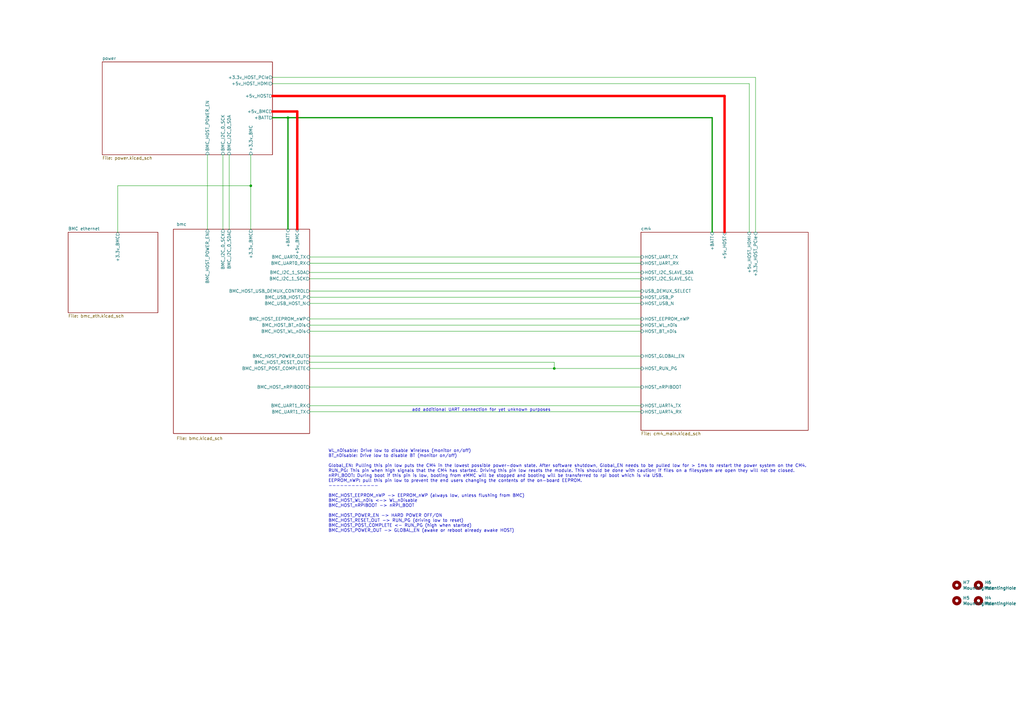
<source format=kicad_sch>
(kicad_sch (version 20230121) (generator eeschema)
  (paper "A3")
  (title_block (title "srvant mk2") (rev "${git_hash}"))
  (lib_symbols
    (symbol "Mechanical:MountingHole" (pin_names (offset 1.016))
      (property "Reference" "H" (at 0 5.08 0))
      (property "Value" "MountingHole" (at 0 3.175 0))
      (symbol "MountingHole_0_1"
        (circle (center 0 0) (radius 1.27) (stroke (width 1.27)))
      )
    )
    (symbol "MountingHole_1" (pin_names (offset 1.016))
      (property "Reference" "H" (at 0 5.08 0))
      (property "Value" "MountingHole" (at 0 3.175 0))
      (symbol "MountingHole_1_0_1"
        (circle (center 0 0) (radius 1.27) (stroke (width 1.27)))
      )
    )
    (symbol "MountingHole_2" (pin_names (offset 1.016))
      (property "Reference" "H" (at 0 5.08 0))
      (property "Value" "MountingHole" (at 0 3.175 0))
      (symbol "MountingHole_2_0_1"
        (circle (center 0 0) (radius 1.27) (stroke (width 1.27)))
      )
    )
    (symbol "MountingHole_3" (pin_names (offset 1.016))
      (property "Reference" "H" (at 0 5.08 0))
      (property "Value" "MountingHole" (at 0 3.175 0))
      (symbol "MountingHole_3_0_1"
        (circle (center 0 0) (radius 1.27) (stroke (width 1.27)))
      )
    )
  )
  (junction (at 227.33 151.13))
  (junction (at 102.87 76.2))
  (junction (at 118.11 48.26))
  (wire (pts (xy 127 133.35) (xy 262.89 133.35)))
  (wire (pts (xy 127 166.37) (xy 262.89 166.37)))
  (wire (pts (xy 111.76 48.26) (xy 118.11 48.26)) (stroke (width 0.5)))
  (wire (pts (xy 127 114.3) (xy 262.89 114.3)))
  (wire (pts (xy 102.87 76.2) (xy 102.87 93.98)))
  (wire (pts (xy 127 107.95) (xy 262.89 107.95)))
  (wire (pts (xy 127 135.89) (xy 262.89 135.89)))
  (wire (pts (xy 93.98 63.5) (xy 93.98 93.98)))
  (wire (pts (xy 121.92 45.72) (xy 121.92 93.98)) (stroke (width 1) (color 255 0 0 1)))
  (wire (pts (xy 118.11 48.26) (xy 292.1 48.26)) (stroke (width 0.5)))
  (wire (pts (xy 91.44 63.5) (xy 91.44 93.98)))
  (wire (pts (xy 127 105.41) (xy 262.89 105.41)))
  (wire (pts (xy 127 148.59) (xy 227.33 148.59)))
  (wire (pts (xy 127 119.38) (xy 262.89 119.38)))
  (wire (pts (xy 127 130.81) (xy 262.89 130.81)))
  (wire (pts (xy 127 124.46) (xy 262.89 124.46)))
  (wire (pts (xy 102.87 63.5) (xy 102.87 76.2)))
  (wire (pts (xy 48.26 76.2) (xy 102.87 76.2)))
  (wire (pts (xy 127 146.05) (xy 262.89 146.05)))
  (wire (pts (xy 227.33 148.59) (xy 227.33 151.13)))
  (wire (pts (xy 292.1 48.26) (xy 292.1 95.25)) (stroke (width 0.5)))
  (wire (pts (xy 127 151.13) (xy 227.33 151.13)))
  (wire (pts (xy 85.09 63.5) (xy 85.09 93.98)))
  (wire (pts (xy 127 158.75) (xy 262.89 158.75)))
  (wire (pts (xy 227.33 151.13) (xy 262.89 151.13)))
  (wire (pts (xy 127 111.76) (xy 262.89 111.76)))
  (wire (pts (xy 111.76 39.37) (xy 297.18 39.37)) (stroke (width 1) (color 255 0 0 1)))
  (wire (pts (xy 127 168.91) (xy 262.89 168.91)))
  (wire (pts (xy 309.88 95.25) (xy 309.88 31.75)))
  (wire (pts (xy 307.34 95.25) (xy 307.34 34.29)))
  (wire (pts (xy 307.34 34.29) (xy 111.76 34.29)))
  (wire (pts (xy 48.26 95.25) (xy 48.26 76.2)))
  (wire (pts (xy 309.88 31.75) (xy 111.76 31.75)))
  (wire (pts (xy 111.76 45.72) (xy 121.92 45.72)) (stroke (width 1) (color 255 0 0 1)))
  (wire (pts (xy 297.18 95.25) (xy 297.18 39.37)) (stroke (width 1) (color 255 0 0 1)))
  (wire (pts (xy 127 121.92) (xy 262.89 121.92)))
  (wire (pts (xy 118.11 48.26) (xy 118.11 93.98)) (stroke (width 0.5)))
  (text "WL_nDisable: Drive low to disable Wireless (monitor on/off)\nBT_nDisable: Drive low to disable BT (monitor on/off)\n\nGlobal_EN: Pulling this pin low puts the CM4 in the lowest possible power-down state. After software shutdown, Global_EN needs to be pulled low for > 1ms to restart the power system on the CM4.\nRUN_PG: This pin when high signals that the CM4 has started. Driving this pin low resets the module. This should be done with caution; if files on a filesystem are open they will not be closed.\nnRPI_BOOT: During boot if this pin is low, booting from eMMC will be stopped and booting will be transferred to rpi boot which is via USB.\nEEPROM_nWP: pull this pin low to prevent the end users changing the contents of the on-board EEPROM.\n-------------\n\nBMC_HOST_EEPROM_nWP -> EEPROM_nWP (always low, unless flushing from BMC)\nBMC_HOST_WL_nDis <-> WL_nDisable\nBMC_HOST_nRPIBOOT -> nRPI_BOOT\n\nBMC_HOST_POWER_EN -> HARD POWER OFF/ON\nBMC_HOST_RESET_OUT -> RUN_PG (driving low to reset)\nBMC_HOST_POST_COMPLETE <- RUN_PG (high when started)\nBMC_HOST_POWER_OUT -> GLOBAL_EN (awake or reboot already awake HOST)\n" (at 134.62 218.44 0) (effects (font (size 1.27 1.27)) (justify left bottom)))
  (text "add additional UART connection for yet unknown purposes" (at 168.91 168.91 0) (effects (font (size 1.27 1.27)) (justify left bottom)))
  (symbol (lib_name "MountingHole_1") (lib_id "Mechanical:MountingHole") (at 392.43 240.03 0) (unit 1)
    (property "Reference" "H7" (at 394.97 238.887 0) (effects (justify left)))
    (property "Value" "MountingHole" (at 394.97 241.173 0) (effects (justify left)))
    (property "Footprint" "MountingHole:MountingHole_2.5mm_Pad_TopOnly" (effects hide))
    (property "Field4" "nf" (effects hide))
    (property "Field5" "nf" (effects hide))
    (property "Field6" "nf" (effects hide))
    (property "Field7" "nf" (effects hide))
    (property "Part Description" "M2.5 mounting hole" (effects hide))
  )
  (symbol (lib_name "MountingHole_3") (lib_id "Mechanical:MountingHole") (at 401.32 246.38 0) (unit 1)
    (property "Reference" "H4" (at 403.86 245.237 0) (effects (justify left)))
    (property "Value" "MountingHole" (at 403.86 247.523 0) (effects (justify left)))
    (property "Footprint" "MountingHole:MountingHole_2.5mm_Pad_TopOnly" (effects hide))
    (property "Field4" "nf" (effects hide))
    (property "Field5" "nf" (effects hide))
    (property "Field6" "nf" (effects hide))
    (property "Field7" "nf" (effects hide))
    (property "Part Description" "M2.5 mounting hole" (effects hide))
  )
  (symbol (lib_name "MountingHole_2") (lib_id "Mechanical:MountingHole") (at 401.32 240.03 0) (unit 1)
    (property "Reference" "H6" (at 403.86 238.887 0) (effects (justify left)))
    (property "Value" "MountingHole" (at 403.86 241.173 0) (effects (justify left)))
    (property "Footprint" "MountingHole:MountingHole_2.5mm_Pad_TopOnly" (effects hide))
    (property "Field4" "nf" (effects hide))
    (property "Field5" "nf" (effects hide))
    (property "Field6" "nf" (effects hide))
    (property "Field7" "nf" (effects hide))
    (property "Part Description" "M2.5 mounting hole" (effects hide))
  )
  (symbol (lib_id "Mechanical:MountingHole") (at 392.43 246.38 0) (unit 1)
    (property "Reference" "H5" (at 394.97 245.237 0) (effects (justify left)))
    (property "Value" "MountingHole" (at 394.97 247.523 0) (effects (justify left)))
    (property "Footprint" "MountingHole:MountingHole_2.5mm_Pad_TopOnly" (effects hide))
    (property "Field4" "nf" (effects hide))
    (property "Field5" "nf" (effects hide))
    (property "Field6" "nf" (effects hide))
    (property "Field7" "nf" (effects hide))
    (property "Part Description" "M2.5 mounting hole" (effects hide))
  )
  (sheet (at 262.89 95.25) (size 68.58 81.28) (stroke (width 0.1524))
    (property "Sheetname" "cm4" (at 262.89 94.5384 0) (effects (justify left bottom)))
    (property "Sheetfile" "cm4_main.kicad_sch" (at 262.89 177.1146 0) (effects (justify left top)))
    (pin "+BATT" input (at 292.1 95.25 90))
    (pin "HOST_RUN_PG" input (at 262.89 151.13 180))
    (pin "HOST_nRPIBOOT" input (at 262.89 158.75 180))
    (pin "HOST_UART_TX" input (at 262.89 105.41 180))
    (pin "HOST_UART_RX" input (at 262.89 107.95 180))
    (pin "HOST_USB_P" input (at 262.89 121.92 180))
    (pin "HOST_USB_N" input (at 262.89 124.46 180))
    (pin "USB_DEMUX_SELECT" input (at 262.89 119.38 180))
    (pin "HOST_I2C_SLAVE_SCL" input (at 262.89 114.3 180))
    (pin "HOST_I2C_SLAVE_SDA" input (at 262.89 111.76 180))
    (pin "HOST_EEPROM_nWP" input (at 262.89 130.81 180))
    (pin "HOST_WL_nDis" input (at 262.89 133.35 180))
    (pin "HOST_BT_nDis" input (at 262.89 135.89 180))
    (pin "+5v_HOST" input (at 297.18 95.25 90))
    (pin "+3.3v_HOST_PCIe" input (at 309.88 95.25 90))
    (pin "+5v_HOST_HDMI" input (at 307.34 95.25 90))
    (pin "HOST_UART4_TX" input (at 262.89 166.37 180))
    (pin "HOST_UART4_RX" input (at 262.89 168.91 180))
    (pin "HOST_GLOBAL_EN" input (at 262.89 146.05 180))
  )
  (sheet (at 71.12 93.98) (size 55.88 83.82) (stroke (width 0.1524))
    (property "Sheetname" "bmc" (at 72.39 92.71 0) (effects (justify left bottom)))
    (property "Sheetfile" "bmc.kicad_sch" (at 72.39 179.07 0) (effects (justify left top)))
    (pin "BMC_I2C_0_SDA" output (at 93.98 93.98 90))
    (pin "BMC_I2C_0_SCK" output (at 91.44 93.98 90))
    (pin "BMC_I2C_1_SCK" output (at 127 114.3 0))
    (pin "BMC_I2C_1_SDA" output (at 127 111.76 0))
    (pin "BMC_UART0_RX" input (at 127 107.95 0))
    (pin "BMC_UART0_TX" input (at 127 105.41 0))
    (pin "BMC_USB_HOST_N" input (at 127 124.46 0))
    (pin "BMC_USB_HOST_P" input (at 127 121.92 0))
    (pin "+BATT" input (at 118.11 93.98 90))
    (pin "BMC_HOST_USB_DEMUX_CONTROL" output (at 127 119.38 0))
    (pin "+5v_BMC" input (at 121.92 93.98 90))
    (pin "BMC_HOST_POWER_EN" output (at 85.09 93.98 90))
    (pin "+3.3v_BMC" output (at 102.87 93.98 90))
    (pin "BMC_HOST_BT_nDis" input (at 127 133.35 0))
    (pin "BMC_HOST_WL_nDis" input (at 127 135.89 0))
    (pin "BMC_HOST_EEPROM_nWP" input (at 127 130.81 0))
    (pin "BMC_HOST_POWER_OUT" output (at 127 146.05 0))
    (pin "BMC_HOST_nRPIBOOT" output (at 127 158.75 0))
    (pin "BMC_HOST_RESET_OUT" output (at 127 148.59 0))
    (pin "BMC_HOST_POST_COMPLETE" input (at 127 151.13 0))
    (pin "BMC_UART1_TX" input (at 127 168.91 0))
    (pin "BMC_UART1_RX" input (at 127 166.37 0))
  )
  (sheet (at 41.91 25.4) (size 69.85 38.1) (stroke (width 0.1524))
    (property "Sheetname" "power" (at 41.91 24.6884 0) (effects (justify left bottom)))
    (property "Sheetfile" "power.kicad_sch" (at 41.91 64.0846 0) (effects (justify left top)))
    (pin "+BATT" output (at 111.76 48.26 0))
    (pin "BMC_I2C_0_SDA" input (at 93.98 63.5 270))
    (pin "+3.3v_BMC" input (at 102.87 63.5 270))
    (pin "BMC_I2C_0_SCK" input (at 91.44 63.5 270))
    (pin "+5v_HOST" output (at 111.76 39.37 0))
    (pin "BMC_HOST_POWER_EN" input (at 85.09 63.5 270))
    (pin "+5v_BMC" output (at 111.76 45.72 0))
    (pin "+5v_HOST_HDMI" output (at 111.76 34.29 0))
    (pin "+3.3v_HOST_PCIe" output (at 111.76 31.75 0))
  )
  (sheet (at 27.94 95.25) (size 36.83 33.02) (stroke (width 0.1524))
    (property "Sheetname" "BMC ethernet" (at 27.94 94.5384 0) (effects (justify left bottom)))
    (property "Sheetfile" "bmc_eth.kicad_sch" (at 27.94 128.8546 0) (effects (justify left top)))
    (pin "+3.3v_BMC" output (at 48.26 95.25 90))
  )
)
</source>
